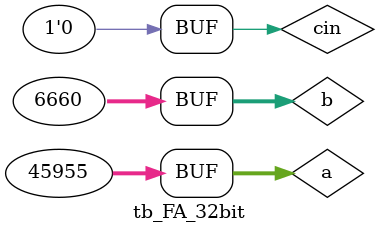
<source format=v>
`timescale 1ns / 1ps

module tb_FA_32bit;

	// Inputs
	reg [31:0] a;
	reg [31:0] b;
	reg cin;

	// Outputs
	wire [31:0] sum;
	wire cout;

	// Instantiate the Unit Under Test (UUT)
	FA_32bit uut (
		.a(a), 
		.b(b), 
		.cin(cin), 
		.sum(sum), 
		.cout(cout)
	);

	initial begin
		// Initialize Inputs
		a = 32'b0000000000010001;
		b = 32'b0000000000000010;
		cin = 1'b0;

		// Wait 100 ns for global reset to finish
		#100; a=32'b1011000000110001; b=32'b0000000011001100; cin=1'b0;
		#100; a=32'b0011000000000011; b=32'b0000110100000100; cin=1'b1;
		#100; a=32'b0000010010000011; b=32'b0000000110000100; cin=1'b1;
		#100; a=32'b0001100000000011; b=32'b0000001011100100; cin=1'b0;
		#100; a=32'b0000000101000011; b=32'b0010110000000100; cin=1'b0;
		#100; a=32'b0110000011000011; b=32'b0001011100110100; cin=1'b0;
		#100; a=32'b0000000110000011; b=32'b0000000011110100; cin=1'b0;
		#100; a=32'b1011001110000011; b=32'b0001101000000100; cin=1'b0;
        
		// Add stimulus here

	end
      
endmodule


</source>
